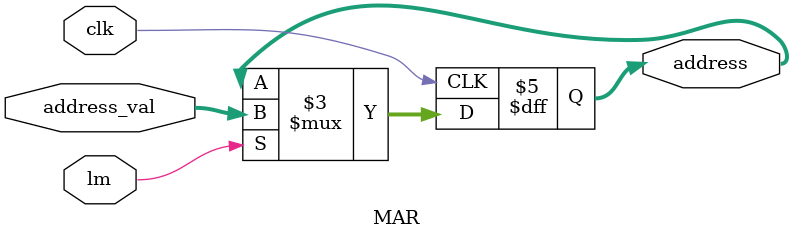
<source format=v>
`timescale 1ns/1ps
module MAR(input [3:0]address_val,
           input clk,lm,
           output reg[3:0]address
           );
always@(negedge clk)
begin
    if(lm == 1)
        address <= address_val;
end

endmodule
</source>
